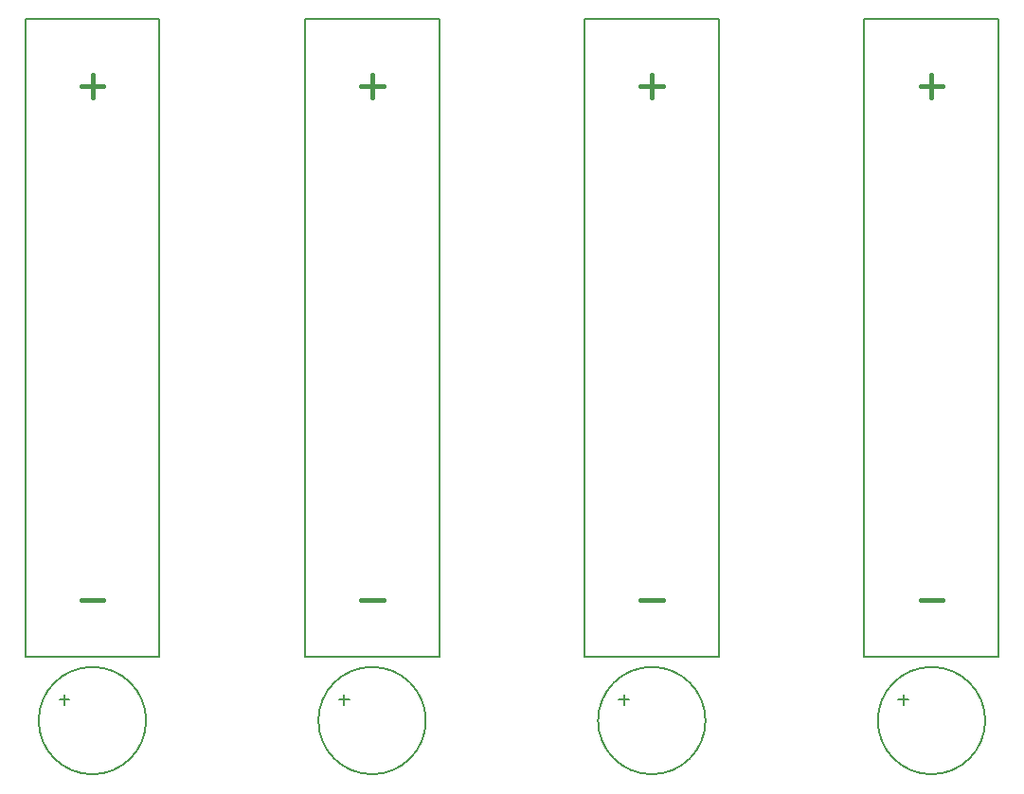
<source format=gbo>
G04 #@! TF.GenerationSoftware,KiCad,Pcbnew,no-vcs-found-835c19f~60~ubuntu16.04.1*
G04 #@! TF.CreationDate,2017-10-18T23:44:36+01:00*
G04 #@! TF.ProjectId,panel_altimeter,70616E656C5F616C74696D657465722E,rev?*
G04 #@! TF.SameCoordinates,Original*
G04 #@! TF.FileFunction,Legend,Bot*
G04 #@! TF.FilePolarity,Positive*
%FSLAX46Y46*%
G04 Gerber Fmt 4.6, Leading zero omitted, Abs format (unit mm)*
G04 Created by KiCad (PCBNEW no-vcs-found-835c19f~60~ubuntu16.04.1) date Wed Oct 18 23:44:36 2017*
%MOMM*%
%LPD*%
G01*
G04 APERTURE LIST*
%ADD10C,0.200000*%
%ADD11C,0.154000*%
%ADD12C,0.400000*%
%ADD13C,0.150000*%
G04 APERTURE END LIST*
D10*
X104957142Y-97385714D02*
X104042857Y-97385714D01*
X104500000Y-97842857D02*
X104500000Y-96928571D01*
X79957142Y-97385714D02*
X79042857Y-97385714D01*
X79500000Y-97842857D02*
X79500000Y-96928571D01*
X54957142Y-97385714D02*
X54042857Y-97385714D01*
X54500000Y-97842857D02*
X54500000Y-96928571D01*
X29957142Y-97385714D02*
X29042857Y-97385714D01*
X29500000Y-97842857D02*
X29500000Y-96928571D01*
D11*
X113000000Y-65000000D02*
X113000000Y-93500000D01*
X113000000Y-65000000D02*
X113000000Y-36500000D01*
X113000000Y-36500000D02*
X101000000Y-36500000D01*
X101000000Y-36500000D02*
X101000000Y-93500000D01*
X101000000Y-93500000D02*
X113000000Y-93500000D01*
D12*
X107000000Y-43500000D02*
X107000000Y-41500000D01*
X108000000Y-42500000D02*
X106000000Y-42500000D01*
D11*
X107000000Y-88500000D02*
X108000000Y-88500000D01*
D12*
X108000000Y-88500000D02*
X106000000Y-88500000D01*
D13*
X111800000Y-99250000D02*
G75*
G03X111800000Y-99250000I-4800000J0D01*
G01*
D12*
X83000000Y-88500000D02*
X81000000Y-88500000D01*
D11*
X82000000Y-88500000D02*
X83000000Y-88500000D01*
D12*
X83000000Y-42500000D02*
X81000000Y-42500000D01*
X82000000Y-43500000D02*
X82000000Y-41500000D01*
D11*
X76000000Y-93500000D02*
X88000000Y-93500000D01*
X76000000Y-36500000D02*
X76000000Y-93500000D01*
X88000000Y-36500000D02*
X76000000Y-36500000D01*
X88000000Y-65000000D02*
X88000000Y-36500000D01*
X88000000Y-65000000D02*
X88000000Y-93500000D01*
D13*
X86800000Y-99250000D02*
G75*
G03X86800000Y-99250000I-4800000J0D01*
G01*
X61800000Y-99250000D02*
G75*
G03X61800000Y-99250000I-4800000J0D01*
G01*
D11*
X63000000Y-65000000D02*
X63000000Y-93500000D01*
X63000000Y-65000000D02*
X63000000Y-36500000D01*
X63000000Y-36500000D02*
X51000000Y-36500000D01*
X51000000Y-36500000D02*
X51000000Y-93500000D01*
X51000000Y-93500000D02*
X63000000Y-93500000D01*
D12*
X57000000Y-43500000D02*
X57000000Y-41500000D01*
X58000000Y-42500000D02*
X56000000Y-42500000D01*
D11*
X57000000Y-88500000D02*
X58000000Y-88500000D01*
D12*
X58000000Y-88500000D02*
X56000000Y-88500000D01*
X33000000Y-88500000D02*
X31000000Y-88500000D01*
D11*
X32000000Y-88500000D02*
X33000000Y-88500000D01*
D12*
X33000000Y-42500000D02*
X31000000Y-42500000D01*
X32000000Y-43500000D02*
X32000000Y-41500000D01*
D11*
X26000000Y-93500000D02*
X38000000Y-93500000D01*
X26000000Y-36500000D02*
X26000000Y-93500000D01*
X38000000Y-36500000D02*
X26000000Y-36500000D01*
X38000000Y-65000000D02*
X38000000Y-36500000D01*
X38000000Y-65000000D02*
X38000000Y-93500000D01*
D13*
X36800000Y-99250000D02*
G75*
G03X36800000Y-99250000I-4800000J0D01*
G01*
M02*

</source>
